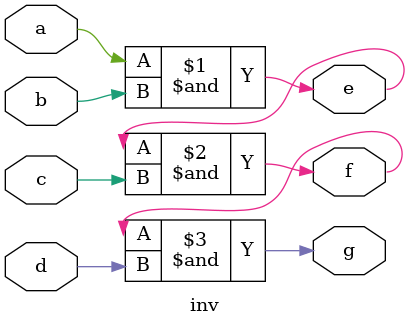
<source format=v>
`timescale 1ns / 1ps

module inv(
    input a,b,c,d,
    output e,f,g
);
    
    assign e = a&b;
    assign f = e&c;
    assign g = f&d;
    
endmodule

</source>
